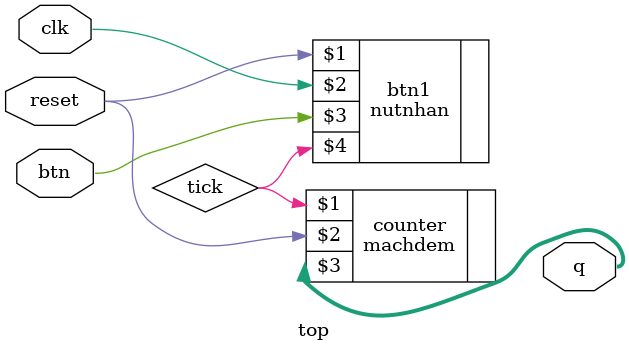
<source format=v>
`timescale 1ns / 1ps
module top(
input wire reset,clk,btn,
output wire [7:0] q );
wire tick;
nutnhan btn1(reset, clk, btn, tick);
machdem counter(tick, reset, q);
endmodule

</source>
